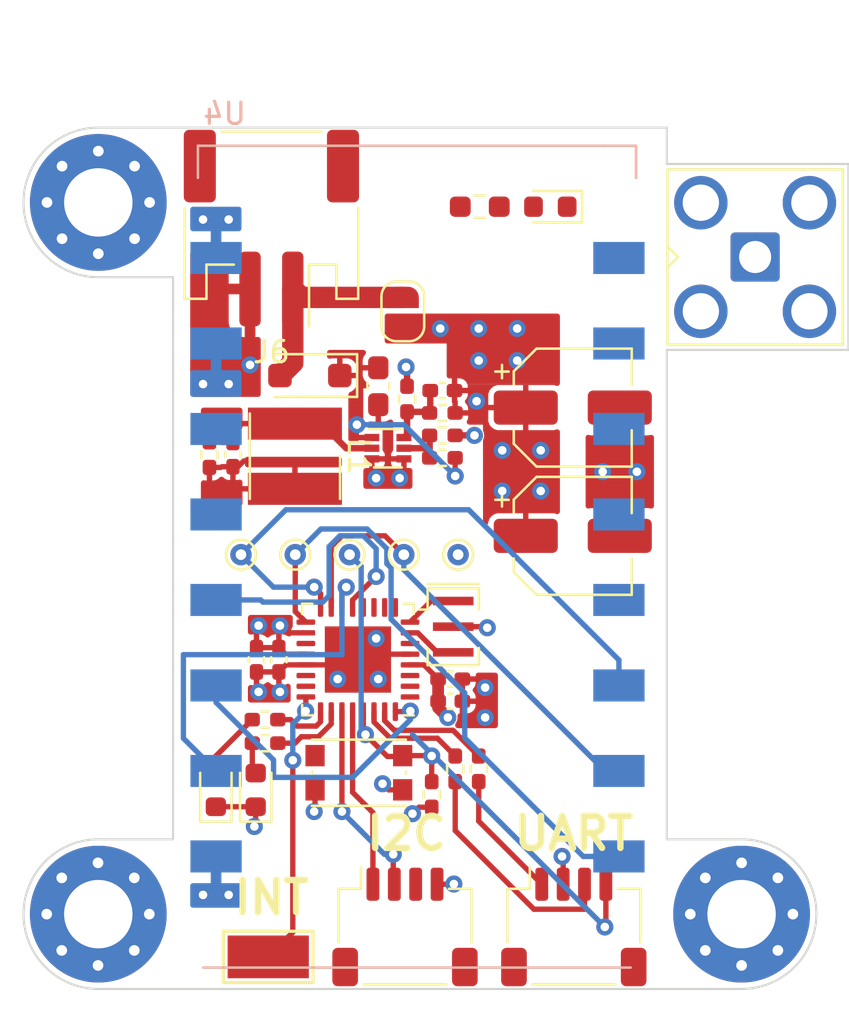
<source format=kicad_pcb>
(kicad_pcb (version 20221018) (generator pcbnew)
  (layers (0 "F.Cu" signal) (1 "In1.Cu" signal) (2 "In2.Cu" signal) (31 "B.Cu" signal) (34 "B.Paste" user) (35 "F.Paste" user) (36 "B.SilkS" user "B.Silkscreen") (37 "F.SilkS" user "F.Silkscreen") (38 "B.Mask" user) (39 "F.Mask" user) (44 "Edge.Cuts" user))
  (net 0 "")
  (net 1 "+5V")
  (net 2 "GND")
  (net 3 "/VDC_FW")
  (net 4 "/SW")
  (net 5 "/FB")
  (net 6 "Net-(D1-A)")
  (net 7 "Net-(D2-A)")
  (net 8 "Net-(D3-A)")
  (net 9 "VDC")
  (net 10 "Net-(J1-In)")
  (net 11 "/RF_GND")
  (net 12 "SPI_MISO")
  (net 13 "SPI_SCK")
  (net 14 "SPI_MOSI")
  (net 15 "~{RST}")
  (net 16 "Net-(U2-PD0)")
  (net 17 "UART_RX")
  (net 18 "Net-(U2-PD1)")
  (net 19 "UART_TX")
  (net 21 "LED_RX")
  (net 22 "LED_TX")
  (net 23 "/EN")
  (net 27 "Net-(U2-XTAL1{slash}PB6)")
  (net 28 "Net-(U2-XTAL2{slash}PB7)")
  (net 33 "~{SDN}")
  (net 34 "~{SPI_CS}")
  (net 38 "~{INT}")
  (net 39 "SDA")
  (net 40 "SCL")
  (net 41 "~{IRQ}")
  (footprint "Connector_Coaxial:SMA_Amphenol_901-143_Horizontal" (layer "F.Cu") (at 175.133 63.754)
    (fp_text reference "J1" hide)
    (fp_text value "Conn_Coaxial" hide)
  )
  (footprint "Resistor_SMD:R_0402_1005Metric_Pad0.72x0.64mm_HandSolder" (layer "F.Cu") (at 152.2025 86.5 180)
    (fp_text reference "R7" hide)
    (fp_text value "220" hide)
  )
  (footprint "LED_SMD:LED_0603_1608Metric" (layer "F.Cu") (at 165.55 61.4 180)
    (fp_text reference "D1" hide)
    (fp_text value "LED" hide)
  )
  (footprint "Capacitor_SMD:C_0402_1005Metric_Pad0.74x0.62mm_HandSolder" (layer "F.Cu") (at 150.7 73 90)
    (fp_text reference "C9" hide)
    (fp_text value "NP" hide)
  )
  (footprint "TestPoint:TestPoint_Keystone_5019_Minature" (layer "F.Cu") (at 152.35 96.5 180)
    (fp_text reference "J5" hide)
    (fp_text value "Conn_01x01_Pin" hide)
  )
  (footprint "Resistor_SMD:R_0402_1005Metric_Pad0.72x0.64mm_HandSolder" (layer "F.Cu") (at 160 88.9 90)
    (fp_text reference "R3" hide)
    (fp_text value "10k" hide)
  )
  (footprint "Connector_JST:JST_PH_S2B-PH-SM4-TB_1x02-1MP_P2.00mm_Horizontal" (layer "F.Cu") (at 152.5 62.4 180)
    (fp_text reference "J6")
    (fp_text value "Conn_01x02_Pin" hide)
  )
  (footprint "Resistor_SMD:R_0402_1005Metric_Pad0.72x0.64mm_HandSolder" (layer "F.Cu") (at 160.5 73.15 180)
    (fp_text reference "R10" hide)
    (fp_text value "100k" hide)
  )
  (footprint "TestPoint:TestPoint_THTPad_D1.0mm_Drill0.5mm" (layer "F.Cu") (at 153.615 77.68)
    (fp_text reference "TP2" hide)
    (fp_text value "TestPoint" hide)
  )
  (footprint "Capacitor_SMD:C_0603_1608Metric_Pad1.08x0.95mm_HandSolder" (layer "F.Cu") (at 157.5 69.8 -90)
    (fp_text reference "C5" hide)
    (fp_text value "10uF" hide)
  )
  (footprint "MountingHole:MountingHole_3.2mm_M3_Pad_Via" (layer "F.Cu") (at 174.5 94.5)
    (fp_text reference "H2" hide)
    (fp_text value "MountingHole_Pad" hide)
  )
  (footprint "Capacitor_SMD:C_0402_1005Metric_Pad0.74x0.62mm_HandSolder" (layer "F.Cu") (at 160.8675 84.538)
    (fp_text reference "C4" hide)
    (fp_text value "100n" hide)
  )
  (footprint "Package_TO_SOT_SMD:SOT-563" (layer "F.Cu") (at 157.95 72.7)
    (fp_text reference "U1" hide)
    (fp_text value "TPS565242" hide)
  )
  (footprint "Resistor_SMD:R_0402_1005Metric_Pad0.72x0.64mm_HandSolder" (layer "F.Cu") (at 162.2 87.7 -90)
    (fp_text reference "R2" hide)
    (fp_text value "1k" hide)
  )
  (footprint "TestPoint:TestPoint_THTPad_D1.0mm_Drill0.5mm" (layer "F.Cu") (at 151.075 77.68)
    (fp_text reference "TP1" hide)
    (fp_text value "TestPoint" hide)
  )
  (footprint "Resistor_SMD:R_0402_1005Metric_Pad0.72x0.64mm_HandSolder" (layer "F.Cu") (at 160.4975 71.05 180)
    (fp_text reference "R8" hide)
    (fp_text value "158k" hide)
  )
  (footprint "Capacitor_SMD:C_0402_1005Metric_Pad0.74x0.62mm_HandSolder" (layer "F.Cu") (at 152.85 82.6 -90)
    (fp_text reference "C1" hide)
    (fp_text value "100n" hide)
  )
  (footprint "Resistor_SMD:R_0402_1005Metric_Pad0.72x0.64mm_HandSolder" (layer "F.Cu") (at 152.2 85.4 180)
    (fp_text reference "R6" hide)
    (fp_text value "220" hide)
  )
  (footprint "Connector_JST:JST_SH_SM04B-SRSS-TB_1x04-1MP_P1.00mm_Horizontal" (layer "F.Cu") (at 158.75 95.1)
    (fp_text reference "J2" hide)
    (fp_text value "Conn_01x04_Pin" hide)
  )
  (footprint "Capacitor_SMD:CP_Elec_5x5.3" (layer "F.Cu") (at 166.6 70.8)
    (fp_text reference "C7" hide)
    (fp_text value "47u" hide)
  )
  (footprint "MountingHole:MountingHole_3.2mm_M3_Pad_Via" (layer "F.Cu") (at 144.386 94.5)
    (fp_text reference "H3" hide)
    (fp_text value "MountingHole_Pad" hide)
  )
  (footprint "MountingHole:MountingHole_3.2mm_M3_Pad_Via" (layer "F.Cu") (at 144.4 61.2)
    (fp_text reference "H1" hide)
    (fp_text value "MountingHole_Pad" hide)
  )
  (footprint "TestPoint:TestPoint_THTPad_D1.0mm_Drill0.5mm" (layer "F.Cu") (at 158.695 77.68)
    (fp_text reference "TP4" hide)
    (fp_text value "TestPoint" hide)
  )
  (footprint "Resistor_SMD:R_0402_1005Metric_Pad0.72x0.64mm_HandSolder" (layer "F.Cu") (at 161.1 87.7 -90)
    (fp_text reference "R1" hide)
    (fp_text value "1k" hide)
  )
  (footprint "Resistor_SMD:R_0603_1608Metric_Pad0.98x0.95mm_HandSolder" (layer "F.Cu") (at 162.248 61.4)
    (fp_text reference "R5" hide)
    (fp_text value "220" hide)
  )
  (footprint "Resistor_SMD:R_0402_1005Metric_Pad0.72x0.64mm_HandSolder" (layer "F.Cu") (at 160.5 72.1)
    (fp_text reference "R11" hide)
    (fp_text value "25.5k" hide)
  )
  (footprint "Resistor_SMD:R_0402_1005Metric_Pad0.72x0.64mm_HandSolder" (layer "F.Cu") (at 149.6 73 -90)
    (fp_text reference "R12" hide)
    (fp_text value "NP" hide)
  )
  (footprint "LED_SMD:LED_0603_1608Metric" (layer "F.Cu") (at 151.765 88.6875 90)
    (fp_text reference "D3" hide)
    (fp_text value "LED")
  )
  (footprint "Capacitor_SMD:CP_Elec_5x5.3" (layer "F.Cu") (at 166.6 76.8)
    (fp_text reference "C8" hide)
    (fp_text value "47u" hide)
  )
  (footprint "Button_Switch_SMD:SW_Push_1P1T_NO_CK_KMR2" (layer "F.Cu") (at 156.591 87.884 180)
    (fp_text reference "SW1" hide)
    (fp_text value "SW_SPST" hide)
  )
  (footprint "TestPoint:TestPoint_THTPad_D1.0mm_Drill0.5mm" (layer "F.Cu") (at 161.235 77.68)
    (fp_text reference "TP5" hide)
    (fp_text value "TestPoint" hide)
  )
  (footprint "Crystal:Resonator_SMD_Murata_CSTxExxV-3Pin_3.0x1.1mm" (layer "F.Cu") (at 161.008 81.05 -90)
    (fp_text reference "Y1" hide)
    (fp_text value "CSTNE16M0V530000R0" hide)
  )
  (footprint "Capacitor_SMD:C_0402_1005Metric_Pad0.74x0.62mm_HandSolder" (layer "F.Cu") (at 151.8 82.6 -90)
    (fp_text reference "C10" hide)
    (fp_text value "1u" hide)
  )
  (footprint "Capacitor_SMD:C_0402_1005Metric_Pad0.74x0.62mm_HandSolder" (layer "F.Cu") (at 160.8675 83.5)
    (fp_text reference "C2" hide)
    (fp_text value "1u" hide)
  )
  (footprint "Connector_JST:JST_SH_SM04B-SRSS-TB_1x04-1MP_P1.00mm_Horizontal" (layer "F.Cu") (at 166.65 95.1)
    (fp_text reference "J3" hide)
    (fp_text value "Conn_01x04_Pin" hide)
  )
  (footprint "LED_SMD:LED_0603_1608Metric" (layer "F.Cu") (at 149.9 88.6875 90)
    (fp_text reference "D2" hide)
    (fp_text value "LED")
  )
  (footprint "Jumper:SolderJumper-2_P1.3mm_Open_RoundedPad1.0x1.5mm" (layer "F.Cu") (at 158.6484 66.294 90)
    (fp_text reference "JP2" hide)
    (fp_text value "SolderJumper_2_Open" hide)
  )
  (footprint "Diode_SMD:D_SOD-123F" (layer "F.Cu") (at 154.3 69.3 180)
    (fp_text reference "D4" hide)
    (fp_text value "FS22N" hide)
  )
  (footprint "Kevin_Lutzer_Lbr:L_Wurth_WE-LQSH-4025" (layer "F.Cu") (at 153.6 73.075 -90)
    (fp_text reference "L1")
    (fp_text value "L")
  )
  (footprint "Resistor_SMD:R_0402_1005Metric_Pad0.72x0.64mm_HandSolder" (layer "F.Cu") (at 158.8465 70.4 90)
    (fp_text reference "R9" hide)
    (fp_text value "30k" hide)
  )
  (footprint "TestPoint:TestPoint_THTPad_D1.0mm_Drill0.5mm" (layer "F.Cu") (at 156.155 77.68)
    (fp_text reference "TP3" hide)
    (fp_text value "TestPoint" hide)
  )
  (footprint "Capacitor_SMD:C_0402_1005Metric_Pad0.74x0.62mm_HandSolder" (layer "F.Cu") (at 160.5 70 180)
    (fp_text reference "C11" hide)
    (fp_text value "33p" hide)
  )
  (footprint "Package_DFN_QFN:QFN-32-1EP_5x5mm_P0.5mm_EP3.1x3.1mm" (layer "F.Cu") (at 156.549 82.5875 180)
    (fp_text reference "U2" hide)
    (fp_text value "ATmega328PB-M" hide)
  )
  (footprint "Kevin_Lutzer_Lbr:RF4463F30" (layer "B.Cu") (at 159.31 77.8 180)
    (fp_text reference "U4")
    (fp_text value "RF4463F30")
  )
  (gr_line (start 171 68.1) (end 177.7 68.1) (stroke (width 0.1)) (layer "Edge.Cuts"))
  (gr_arc (start 144.4 98) (mid 140.9 94.5) (end 144.4 91) (stroke (width 0.1)) (layer "Edge.Cuts"))
  (gr_line (start 144.4 57.7) (end 170.8 57.7) (stroke (width 0.1)) (layer "Edge.Cuts"))
  (gr_line (start 171 57.7) (end 171 59.4) (stroke (width 0.1)) (layer "Edge.Cuts"))
  (gr_line (start 179.5 59.4) (end 179.5 61.2) (stroke (width 0.1)) (layer "Edge.Cuts"))
  (gr_line (start 147.9 64.7) (end 144.4 64.7) (stroke (width 0.1)) (layer "Edge.Cuts"))
  (gr_line (start 177.7 68.1) (end 179.5 68.1) (stroke (width 0.1)) (layer "Edge.Cuts"))
  (gr_line (start 171 68.1) (end 171 91) (stroke (width 0.1)) (layer "Edge.Cuts"))
  (gr_line (start 171 91) (end 174.5 91) (stroke (width 0.1)) (layer "Edge.Cuts"))
  (gr_arc (start 144.4 64.7) (mid 140.9 61.2) (end 144.4 57.7) (stroke (width 0.1)) (layer "Edge.Cuts"))
  (gr_line (start 179.5 68.1) (end 179.5 66.3) (stroke (width 0.1)) (layer "Edge.Cuts"))
  (gr_arc (start 174.5 91) (mid 178 94.5) (end 174.5 98) (stroke (width 0.1)) (layer "Edge.Cuts"))
  (gr_line (start 177.7 59.4) (end 179.5 59.4) (stroke (width 0.1)) (layer "Edge.Cuts"))
  (gr_line (start 171 59.4) (end 177.7 59.4) (stroke (width 0.1)) (layer "Edge.Cuts"))
  (gr_line (start 179.5 66.3) (end 179.5 61.2) (stroke (width 0.1)) (layer "Edge.Cuts"))
  (gr_line (start 147.9 91) (end 144.4 91) (stroke (width 0.1)) (layer "Edge.Cuts"))
  (gr_line (start 147.9 91) (end 147.9 64.7) (stroke (width 0.1)) (layer "Edge.Cuts"))
  (gr_line (start 174.5 98) (end 144.4 98) (stroke (width 0.1)) (layer "Edge.Cuts"))
  (gr_line (start 170.8 57.7) (end 171 57.7) (stroke (width 0.1)) (layer "Edge.Cuts"))
  (gr_text "UART" (at 163.703 91.6) (layer "F.SilkS") (effects (font (size 1.5 1.5) (thickness 0.3) bold) (justify left bottom)))
  (gr_text "I2C" (at 156.8 91.6) (layer "F.SilkS") (effects (font (size 1.5 1.5) (thickness 0.3) bold) (justify left bottom)))
  (gr_text "INT" (at 150.6 94.6) (layer "F.SilkS") (effects (font (size 1.5 1.5) (thickness 0.3) bold) (justify left bottom)))
  (segment (start 159.6375 82.8375) (end 160.3 83.5) (width 0.25) (layer "F.Cu") (net 1))
  (segment (start 150.9325 73.5675) (end 151.2 73.3) (width 0.25) (layer "F.Cu") (net 1))
  (segment (start 151.2 73.3) (end 151.8 73.3) (width 0.25) (layer "F.Cu") (net 1))
  (segment (start 158.9865 82.8375) (end 159.6375 82.8375) (width 0.25) (layer "F.Cu") (net 1))
  (segment (start 159.4025 89.4975) (end 159.1 89.8) (width 0.25) (layer "F.Cu") (net 1))
  (segment (start 160.3 84.8445) (end 160.7555 85.3) (width 0.55) (layer "F.Cu") (net 1))
  (segment (start 154.1115 82.3375) (end 153.155 82.3375) (width 0.25) (layer "F.Cu") (net 1))
  (segment (start 160.3 84.538) (end 160.3 83.5) (width 0.55) (layer "F.Cu") (net 1))
  (segment (start 160.3 84.538) (end 160.3 84.8445) (width 0.55) (layer "F.Cu") (net 1))
  (segment (start 151.8 73.3) (end 151.9 73.4) (width 0.25) (layer "F.Cu") (net 1))
  (segment (start 150.7 73.5675) (end 150.9325 73.5675) (width 0.25) (layer "F.Cu") (net 1))
  (segment (start 160 89.4975) (end 159.4025 89.4975) (width 0.25) (layer "F.Cu") (net 1))
  (segment (start 153.155 82.3375) (end 152.85 82.0325) (width 0.25) (layer "F.Cu") (net 1))
  (via (at 162.1 70.5) (size 0.8) (drill 0.4) (layers "F.Cu" "B.Cu") (net 1))
  (via (at 165.1 74.7) (size 0.8) (drill 0.4) (layers "F.Cu" "B.Cu") (net 1))
  (via (at 160.7555 85.3) (size 0.8) (drill 0.4) (layers "F.Cu" "B.Cu") (net 1))
  (via (at 159.1 89.8) (size 0.8) (drill 0.4) (layers "F.Cu" "B.Cu") (net 1))
  (via (at 164 68.6) (size 0.8) (drill 0.4) (layers "F.Cu" "B.Cu") (net 1))
  (via (at 162.2 68.6) (size 0.8) (drill 0.4) (layers "F.Cu" "B.Cu") (net 1))
  (via (at 163.3 72.8) (size 0.8) (drill 0.4) (layers "F.Cu" "B.Cu") (net 1))
  (via (at 163.3 74.7) (size 0.8) (drill 0.4) (layers "F.Cu" "B.Cu") (net 1))
  (via (at 160.4 67.1) (size 0.8) (drill 0.4) (layers "F.Cu" "B.Cu") (net 1))
  (via (at 152.9 81) (size 0.8) (drill 0.4) (layers "F.Cu" "B.Cu") (net 1))
  (via (at 162.2 67.1) (size 0.8) (drill 0.4) (layers "F.Cu" "B.Cu") (net 1))
  (via (at 151.9 81) (size 0.8) (drill 0.4) (layers "F.Cu" "B.Cu") (net 1))
  (via (at 165.1 72.8) (size 0.8) (drill 0.4) (layers "F.Cu" "B.Cu") (net 1))
  (via (at 150.5 62) (size 0.8) (drill 0.4) (layers "F.Cu" "B.Cu") (net 1))
  (via (at 149.3 62) (size 0.8) (drill 0.4) (layers "F.Cu" "B.Cu") (net 1))
  (via (at 164 67.1) (size 0.8) (drill 0.4) (layers "F.Cu" "B.Cu") (net 1))
  (segment (start 158.9865 82.3375) (end 156.799 82.3375) (width 0.25) (layer "F.Cu") (net 2))
  (segment (start 160.25 93.1) (end 161.027 93.1) (width 0.25) (layer "F.Cu") (net 2))
  (segment (start 162.55 81.05) (end 162.6 81.1) (width 0.25) (layer "F.Cu") (net 2))
  (segment (start 161.0975 72.1) (end 162 72.1) (width 0.3) (layer "F.Cu") (net 2))
  (segment (start 158.8465 68.9465) (end 158.8 68.9) (width 0.3) (layer "F.Cu") (net 2))
  (segment (start 149.9 89.475) (end 151.765 89.475) (width 0.25) (layer "F.Cu") (net 2))
  (segment (start 161.008 81.05) (end 162.55 81.05) (width 0.25) (layer "F.Cu") (net 2))
  (segment (start 156.799 82.3375) (end 156.549 82.5875) (width 0.25) (layer "F.Cu") (net 2))
  (segment (start 156.299 82.8375) (end 156.549 82.5875) (width 0.25) (layer "F.Cu") (net 2))
  (segment (start 153.18 82.8375) (end 152.85 83.1675) (width 0.25) (layer "F.Cu") (net 2))
  (segment (start 154.541 89.659) (end 154.5 89.7) (width 0.25) (layer "F.Cu") (net 2))
  (segment (start 151.765 90.335) (end 151.7 90.4) (width 0.25) (layer "F.Cu") (net 2))
  (segment (start 154.1115 82.8375) (end 153.18 82.8375) (width 0.25) (layer "F.Cu") (net 2))
  (segment (start 166.15 91.85) (end 166.1 91.8) (width 0.25) (layer "F.Cu") (net 2))
  (segment (start 154.1115 82.8375) (end 156.299 82.8375) (width 0.25) (layer "F.Cu") (net 2))
  (segment (start 166.15 93.1) (end 166.15 91.85) (width 0.25) (layer "F.Cu") (net 2))
  (segment (start 158.641 88.684) (end 157.984 88.684) (width 0.25) (layer "F.Cu") (net 2))
  (segment (start 158.8465 69.8025) (end 158.8465 68.9465) (width 0.3) (layer "F.Cu") (net 2))
  (segment (start 151.765 89.475) (end 151.765 90.335) (width 0.25) (layer "F.Cu") (net 2))
  (segment (start 161.027 93.1) (end 161.036 93.091) (width 0.25) (layer "F.Cu") (net 2))
  (segment (start 154.541 88.684) (end 154.541 89.659) (width 0.25) (layer "F.Cu") (net 2))
  (segment (start 157.984 88.684) (end 157.7 88.4) (width 0.25) (layer "F.Cu") (net 2))
  (via (at 157.7 88.4) (size 0.8) (drill 0.4) (layers "F.Cu" "B.Cu") (net 2))
  (via (at 162 72.1) (size 0.8) (drill 0.4) (layers "F.Cu" "B.Cu") (net 2))
  (via (at 150.5 93.6) (size 0.8) (drill 0.4) (layers "F.Cu" "B.Cu") (net 2))
  (via (at 162.5 83.9) (size 0.8) (drill 0.4) (layers "F.Cu" "B.Cu") (net 2))
  (via (at 161.036 93.091) (size 0.8) (drill 0.4) (layers "F.Cu" "B.Cu") (net 2))
  (via (at 168 73.8) (size 0.8) (drill 0.4) (layers "F.Cu" "B.Cu") (net 2))
  (via (at 149.3 93.6) (size 0.8) (drill 0.4) (layers "F.Cu" "B.Cu") (net 2))
  (via (at 150.5 69.7) (size 0.8) (drill 0.4) (layers "F.Cu" "B.Cu") (net 2))
  (via (at 162.5 85.3) (size 0.8) (drill 0.4) (layers "F.Cu" "B.Cu") (net 2))
  (via (at 158.5 74.1) (size 0.8) (drill 0.4) (layers "F.Cu" "B.Cu") (net 2))
  (via (at 158.8 68.9) (size 0.8) (drill 0.4) (layers "F.Cu" "B.Cu") (net 2))
  (via (at 162.6 81.1) (size 0.8) (drill 0.4) (layers "F.Cu" "B.Cu") (net 2))
  (via (at 149.3 69.7) (size 0.8) (drill 0.4) (layers "F.Cu" "B.Cu") (net 2))
  (via (at 151.9 84.1) (size 0.8) (drill 0.4) (layers "F.Cu" "B.Cu") (net 2))
  (via (at 157.5 83.5) (size 0.8) (drill 0.4) (layers "F.Cu" "B.Cu") (net 2))
  (via (at 157.4 81.6) (size 0.8) (drill 0.4) (layers "F.Cu" "B.Cu") (net 2))
  (via (at 154.5 89.7) (size 0.8) (drill 0.4) (layers "F.Cu" "B.Cu") (net 2))
  (via (at 151.5 68.8) (size 0.8) (drill 0.4) (layers "F.Cu" "B.Cu") (net 2))
  (via (at 152.9 84.1) (size 0.8) (drill 0.4) (layers "F.Cu" "B.Cu") (net 2))
  (via (at 155.6 83.5) (size 0.8) (drill 0.4) (layers "F.Cu" "B.Cu") (net 2))
  (via (at 169.6 73.8) (size 0.8) (drill 0.4) (layers "F.Cu" "B.Cu") (net 2))
  (via (at 157.4 74.1) (size 0.8) (drill 0.4) (layers "F.Cu" "B.Cu") (net 2))
  (via (at 151.7 90.4) (size 0.8) (drill 0.4) (layers "F.Cu" "B.Cu") (net 2))
  (via (at 166.1 91.8) (size 0.8) (drill 0.4) (layers "F.Cu" "B.Cu") (net 2))
  (segment (start 161.0975 73.15) (end 161.0975 73.9975) (width 0.25) (layer "F.Cu") (net 3))
  (segment (start 161.0975 73.9975) (end 161.1 74) (width 0.25) (layer "F.Cu") (net 3))
  (via (at 161.1 74) (size 0.8) (drill 0.4) (layers "F.Cu" "B.Cu") (net 3))
  (via (at 156.5 71.6) (size 0.8) (drill 0.4) (layers "F.Cu" "B.Cu") (net 3))
  (segment (start 161.1 74) (end 158.7 71.6) (width 0.25) (layer "B.Cu") (net 3))
  (segment (start 158.7 71.6) (end 156.5 71.6) (width 0.25) (layer "B.Cu") (net 3))
  (segment (start 156 72.7) (end 154.85 71.55) (width 0.3) (layer "F.Cu") (net 4))
  (segment (start 154.85 71.55) (end 153.6 71.55) (width 0.3) (layer "F.Cu") (net 4))
  (segment (start 157.2 72.7) (end 156 72.7) (width 0.3) (layer "F.Cu") (net 4))
  (segment (start 159.9325 71.0175) (end 159.9 71.05) (width 0.3) (layer "F.Cu") (net 5))
  (segment (start 159.8475 70.9975) (end 159.9 71.05) (width 0.3) (layer "F.Cu") (net 5))
  (segment (start 158.8465 72.0535) (end 158.7 72.2) (width 0.3) (layer "F.Cu") (net 5))
  (segment (start 158.8465 70.9975) (end 159.8475 70.9975) (width 0.3) (layer "F.Cu") (net 5))
  (segment (start 159.9325 70) (end 159.9325 71.0175) (width 0.3) (layer "F.Cu") (net 5))
  (segment (start 158.8465 70.9975) (end 158.8465 72.0535) (width 0.3) (layer "F.Cu") (net 5))
  (segment (start 151.6025 85.4) (end 149.9 87.1025) (width 0.25) (layer "F.Cu") (net 7))
  (segment (start 149.9 87.1025) (end 149.9 87.9) (width 0.25) (layer "F.Cu") (net 7))
  (segment (start 151.605 86.5) (end 151.605 87.74) (width 0.25) (layer "F.Cu") (net 8))
  (segment (start 151.605 87.74) (end 151.765 87.9) (width 0.25) (layer "F.Cu") (net 8))
  (segment (start 153.5 68.7) (end 152.9 69.3) (width 1) (layer "F.Cu") (net 9))
  (segment (start 158.6484 65.644) (end 153.894 65.644) (width 1) (layer "F.Cu") (net 9))
  (segment (start 153.5 65.25) (end 153.5 68.7) (width 1) (layer "F.Cu") (net 9))
  (segment (start 153.894 65.644) (end 153.5 65.25) (width 1) (layer "F.Cu") (net 9))
  (segment (start 154.799 80.15) (end 154.799 79.499) (width 0.25) (layer "F.Cu") (net 12))
  (segment (start 154.799 79.499) (end 154.5 79.2) (width 0.25) (layer "F.Cu") (net 12))
  (via (at 154.5 79.2) (size 0.8) (drill 0.4) (layers "F.Cu" "B.Cu") (net 12))
  (segment (start 168.76 83.8) (end 168.76 82.61) (width 0.25) (layer "B.Cu") (net 12))
  (segment (start 153.175 75.58) (end 151.075 77.68) (width 0.25) (layer "B.Cu") (net 12))
  (segment (start 152.595 79.2) (end 151.075 77.68) (width 0.25) (layer "B.Cu") (net 12))
  (segment (start 154.5 79.2) (end 152.595 79.2) (width 0.25) (layer "B.Cu") (net 12))
  (segment (start 161.73 75.58) (end 153.175 75.58) (width 0.25) (layer "B.Cu") (net 12))
  (segment (start 168.76 82.61) (end 161.73 75.58) (width 0.25) (layer "B.Cu") (net 12))
  (segment (start 153.615 80.341) (end 153.615 77.68) (width 0.25) (layer "F.Cu") (net 13))
  (segment (start 154.1115 80.8375) (end 153.615 80.341) (width 0.25) (layer "F.Cu") (net 13))
  (segment (start 158.1 80.7) (end 161.545 84.145) (width 0.25) (layer "B.Cu") (net 13))
  (segment (start 167.09 91.8) (end 168.76 91.8) (width 0.25) (layer "B.Cu") (net 13))
  (segment (start 153.615 77.68) (end 154.815 76.48) (width 0.25) (layer "B.Cu") (net 13))
  (segment (start 157.9 77.4) (end 157.9 78.1) (width 0.25) (layer "B.Cu") (net 13))
  (segment (start 161.545 84.145) (end 161.545 86.255) (width 0.25) (layer "B.Cu") (net 13))
  (segment (start 161.545 86.255) (end 167.09 91.8) (width 0.25) (layer "B.Cu") (net 13))
  (segment (start 157.9 78.1) (end 158.1 78.3) (width 0.25) (layer "B.Cu") (net 13))
  (segment (start 154.815 76.48) (end 156.98 76.48) (width 0.25) (layer "B.Cu") (net 13))
  (segment (start 156.98 76.48) (end 157.9 77.4) (width 0.25) (layer "B.Cu") (net 13))
  (segment (start 158.1 78.3) (end 158.1 80.7) (width 0.25) (layer "B.Cu") (net 13))
  (segment (start 155.299 80.15) (end 155.299 77.701) (width 0.25) (layer "F.Cu") (net 14))
  (segment (start 155.3 77.7) (end 155.3 77.3) (width 0.25) (layer "F.Cu") (net 14))
  (segment (start 155.3 77.3) (end 155.8 76.8) (width 0.25) (layer "F.Cu") (net 14))
  (segment (start 155.8 76.8) (end 157.815 76.8) (width 0.25) (layer "F.Cu") (net 14))
  (segment (start 157.815 76.8) (end 158.695 77.68) (width 0.25) (layer "F.Cu") (net 14))
  (segment (start 155.299 77.701) (end 155.3 77.7) (width 0.25) (layer "F.Cu") (net 14))
  (segment (start 158.695 77.68) (end 158.695 78.387106) (width 0.25) (layer "B.Cu") (net 14))
  (segment (start 168.107894 87.8) (end 168.76 87.8) (width 0.25) (layer "B.Cu") (net 14))
  (segment (start 158.695 78.387106) (end 168.107894 87.8) (width 0.25) (layer "B.Cu") (net 14))
  (segment (start 168.76 87.8) (end 168.76 87.745) (width 0.25) (layer "B.Cu") (net 14))
  (segment (start 156.9 86.1) (end 157.922 87.122) (width 0.25) (layer "F.Cu") (net 15))
  (segment (start 160 87.1025) (end 160 87.1025) (width 0.25) (layer "F.Cu") (net 15))
  (segment (start 158.603 87.122) (end 158.641 87.084) (width 0.25) (layer "F.Cu") (net 15))
  (segment (start 168.15 95.05) (end 168.1 95.1) (width 0.25) (layer "F.Cu") (net 15))
  (segment (start 168.15 93.1) (end 168.15 95.05) (width 0.25) (layer "F.Cu") (net 15))
  (segment (start 156.799 85.999) (end 156.9 86.1) (width 0.25) (layer "F.Cu") (net 15))
  (segment (start 159.9815 87.084) (end 159.9975 87.1) (width 0.25) (layer "F.Cu") (net 15))
  (segment (start 159.9975 87.1) (end 160 87.1) (width 0.25) (layer "F.Cu") (net 15))
  (segment (start 157.922 87.122) (end 158.603 87.122) (width 0.25) (layer "F.Cu") (net 15))
  (segment (start 160 87.1) (end 160 88.3025) (width 0.25) (layer "F.Cu") (net 15))
  (segment (start 156.799 85.025) (end 156.799 85.999) (width 0.25) (layer "F.Cu") (net 15))
  (segment (start 158.641 87.084) (end 159.9815 87.084) (width 0.25) (layer "F.Cu") (net 15))
  (via (at 156.9 86.1) (size 0.8) (drill 0.4) (layers "F.Cu" "B.Cu") (net 15))
  (via (at 168.1 95.1) (size 0.8) (drill 0.4) (layers "F.Cu" "B.Cu") (net 15))
  (via (at 160 87.1) (size 0.8) (drill 0.4) (layers "F.Cu" "B.Cu") (net 15))
  (segment (start 159.1 86.1) (end 168.1 95.1) (width 0.25) (layer "B.Cu") (net 15))
  (segment (start 156.9 86.1) (end 156.7 85.9) (width 0.25) (layer "B.Cu") (net 15))
  (segment (start 156.7 78.225) (end 156.155 77.68) (width 0.25) (layer "B.Cu") (net 15))
  (segment (start 156.7 85.9) (end 156.7 78.225) (width 0.25) (layer "B.Cu") (net 15))
  (segment (start 158.06 86.27) (end 160.2675 86.27) (width 0.25) (layer "F.Cu") (net 16))
  (segment (start 157.299 85.025) (end 157.299 85.298376) (width 0.25) (layer "F.Cu") (net 16))
  (segment (start 157.299 85.298376) (end 157.3 85.299376) (width 0.25) (layer "F.Cu") (net 16))
  (segment (start 157.3 85.51) (end 158.06 86.27) (width 0.25) (layer "F.Cu") (net 16))
  (segment (start 160.2675 86.27) (end 161.1 87.1025) (width 0.25) (layer "F.Cu") (net 16))
  (segment (start 157.3 85.299376) (end 157.3 85.51) (width 0.25) (layer "F.Cu") (net 16))
  (segment (start 161.1 88.2975) (end 161.1 90.59) (width 0.25) (layer "F.Cu") (net 17))
  (segment (start 161.1 90.59) (end 164.78 94.27) (width 0.25) (layer "F.Cu") (net 17))
  (segment (start 164.78 94.27) (end 167.15 94.27) (width 0.25) (layer "F.Cu") (net 17))
  (segment (start 167.15 94.27) (end 167.15 93.1) (width 0.25) (layer "F.Cu") (net 17))
  (segment (start 157.799 85.025) (end 157.799 85.449) (width 0.25) (layer "F.Cu") (net 18))
  (segment (start 157.799 85.449) (end 158.25 85.9) (width 0.25) (layer "F.Cu") (net 18))
  (segment (start 160.9975 85.9) (end 162.2 87.1025) (width 0.25) (layer "F.Cu") (net 18))
  (segment (start 158.25 85.9) (end 160.9975 85.9) (width 0.25) (layer "F.Cu") (net 18))
  (segment (start 162.2 88.2975) (end 162.2 90.15) (width 0.25) (layer "F.Cu") (net 19))
  (segment (start 162.2 90.15) (end 165.15 93.1) (width 0.25) (layer "F.Cu") (net 19))
  (segment (start 152.7975 85.4) (end 153.4 85.4) (width 0.25) (layer "F.Cu") (net 21))
  (segment (start 153.7 85.7) (end 154.6 85.7) (width 0.25) (layer "F.Cu") (net 21))
  (segment (start 154.799 85.501) (end 154.799 85.025) (width 0.25) (layer "F.Cu") (net 21))
  (segment (start 153.4 85.4) (end 153.7 85.7) (width 0.25) (layer "F.Cu") (net 21))
  (segment (start 154.6 85.7) (end 154.799 85.501) (width 0.25) (layer "F.Cu") (net 21))
  (segment (start 155.299 85.601) (end 155.299 85.025) (width 0.25) (layer "F.Cu") (net 22))
  (segment (start 152.8 86.5) (end 153.6 86.5) (width 0.25) (layer "F.Cu") (net 22))
  (segment (start 153.9 86.2) (end 154.7 86.2) (width 0.25) (layer "F.Cu") (net 22))
  (segment (start 153.6 86.5) (end 153.9 86.2) (width 0.25) (layer "F.Cu") (net 22))
  (segment (start 154.7 86.2) (end 155.299 85.601) (width 0.25) (layer "F.Cu") (net 22))
  (segment (start 159.9025 72.1) (end 159.9025 72.7) (width 0.3) (layer "F.Cu") (net 23))
  (segment (start 158.7 72.7) (end 159.9025 72.7) (width 0.3) (layer "F.Cu") (net 23))
  (segment (start 159.9025 72.7) (end 159.9025 73.15) (width 0.3) (layer "F.Cu") (net 23))
  (segment (start 160.258 82.25) (end 161.008 82.25) (width 0.25) (layer "F.Cu") (net 27))
  (segment (start 159.3455 81.3375) (end 160.258 82.25) (width 0.25) (layer "F.Cu") (net 27))
  (segment (start 158.9865 81.3375) (end 159.3455 81.3375) (width 0.25) (layer "F.Cu") (net 27))
  (segment (start 158.9865 80.8375) (end 159.974 79.85) (width 0.25) (layer "F.Cu") (net 28))
  (segment (start 159.974 79.85) (end 161.008 79.85) (width 0.25) (layer "F.Cu") (net 28))
  (segment (start 156.299 80.15) (end 156.299 79.801) (width 0.25) (layer "F.Cu") (net 33))
  (segment (start 156.299 79.801) (end 157.4 78.7) (width 0.25) (layer "F.Cu") (net 33))
  (via (at 157.4 78.7) (size 0.8) (drill 0.4) (layers "F.Cu" "B.Cu") (net 33))
  (segment (start 155.2 79.6) (end 155.2 77.3) (width 0.25) (layer "B.Cu") (net 33))
  (segment (start 155.2 77.3) (end 155.7 76.8) (width 0.25) (layer "B.Cu") (net 33))
  (segment (start 154.9 79.9) (end 155.2 79.6) (width 0.25) (layer "B.Cu") (net 33))
  (segment (start 149.91 79.8) (end 152 79.8) (width 0.25) (layer "B.Cu") (net 33))
  (segment (start 156.8 76.8) (end 157.4 77.4) (width 0.25) (layer "B.Cu") (net 33))
  (segment (start 155.7 76.8) (end 156.8 76.8) (width 0.25) (layer "B.Cu") (net 33))
  (segment (start 152.1 79.9) (end 154.9 79.9) (width 0.25) (layer "B.Cu") (net 33))
  (segment (start 152 79.8) (end 152.1 79.9) (width 0.25) (layer "B.Cu") (net 33))
  (segment (start 157.4 77.4) (end 157.4 78.7) (width 0.25) (layer "B.Cu") (net 33))
  (segment (start 155.799 80.15) (end 155.799 79.401) (width 0.25) (layer "F.Cu") (net 34))
  (segment (start 155.799 79.401) (end 156 79.2) (width 0.25) (layer "F.Cu") (net 34))
  (via (at 156 79.2) (size 0.8) (drill 0.4) (layers "F.Cu" "B.Cu") (net 34))
  (segment (start 155.8 79.2) (end 155.8 82.36) (width 0.25) (layer "B.Cu") (net 34))
  (segment (start 148.38 86.27) (end 148.38 82.36) (width 0.25) (layer "B.Cu") (net 34))
  (segment (start 148.38 82.36) (end 155.8 82.36) (width 0.25) (layer "B.Cu") (net 34))
  (segment (start 149.91 87.8) (end 148.38 86.27) (width 0.25) (layer "B.Cu") (net 34))
  (segment (start 154.1115 84.9885) (end 154.1 85) (width 0.25) (layer "F.Cu") (net 38))
  (segment (start 153.5 87.3) (end 153.5 95.35) (width 0.25) (layer "F.Cu") (net 38))
  (segment (start 154.1115 84.3375) (end 154.1115 84.9885) (width 0.25) (layer "F.Cu") (net 38))
  (segment (start 153.5 95.35) (end 152.35 96.5) (width 0.25) (layer "F.Cu") (net 38))
  (via (at 154.1 85) (size 0.8) (drill 0.4) (layers "F.Cu" "B.Cu") (net 38))
  (via (at 153.5 87.3) (size 0.8) (drill 0.4) (layers "F.Cu" "B.Cu") (net 38))
  (segment (start 154.1 85) (end 153.5 85.6) (width 0.25) (layer "B.Cu") (net 38))
  (segment (start 153.5 85.6) (end 153.5 87.3) (width 0.25) (layer "B.Cu") (net 38))
  (segment (start 155.8 85.026) (end 155.8 89.7) (width 0.25) (layer "F.Cu") (net 39))
  (segment (start 158.2 93.05) (end 158.25 93.1) (width 0.25) (layer "F.Cu") (net 39))
  (segment (start 158.2 91.7) (end 158.2 93.05) (width 0.25) (layer "F.Cu") (net 39))
  (segment (start 155.799 85.025) (end 155.8 85.026) (width 0.25) (layer "F.Cu") (net 39))
  (via (at 155.8 89.7) (size 0.8) (drill 0.4) (layers "F.Cu" "B.Cu") (net 39))
  (via (at 158.2 91.7) (size 0.8) (drill 0.4) (layers "F.Cu" "B.Cu") (net 39))
  (segment (start 155.8 89.7) (end 155.8 89.716736) (width 0.25) (layer "B.Cu") (net 39))
  (segment (start 157.783264 91.7) (end 158.2 91.7) (width 0.25) (layer "B.Cu") (net 39))
  (segment (start 155.8 89.716736) (end 157.783264 91.7) (width 0.25) (layer "B.Cu") (net 39))
  (segment (start 157.25 89.75) (end 157.25 93.1) (width 0.25) (layer "F.Cu") (net 40))
  (segment (start 156.299 88.799) (end 157.25 89.75) (width 0.25) (layer "F.Cu") (net 40))
  (segment (start 156.299 85.025) (end 156.299 88.799) (width 0.25) (layer "F.Cu") (net 40))
  (segment (start 158.975 85.025) (end 159 85) (width 0.25) (layer "F.Cu") (net 41))
  (segment (start 158.299 85.025) (end 158.975 85.025) (width 0.25) (layer "F.Cu") (net 41))
  (via (at 159 85) (size 0.8) (drill 0.4) (layers "F.Cu" "B.Cu") (net 41))
  (segment (start 149.91 84.596827) (end 149.91 83.8) (width 0.25) (layer "B.Cu") (net 41))
  (segment (start 159 85.4) (end 156.3 88.1) (width 0.25) (layer "B.Cu") (net 41))
  (segment (start 152.6 88.1) (end 152.6 87.286827) (width 0.25) (layer "B.Cu") (net 41))
  (segment (start 156.3 88.1) (end 152.6 88.1) (width 0.25) (layer "B.Cu") (net 41))
  (segment (start 159 85) (end 159 85.4) (width 0.25) (layer "B.Cu") (net 41))
  (segment (start 152.6 87.286827) (end 149.91 84.596827) (width 0.25) (layer "B.Cu") (net 41))
  (zone (net 1) (net_name "+5V") (layer "F.Cu") (priority 2) (connect_pads (clearance 0)) (min_thickness 0.25) (fill yes (thermal_gap 0.254) (thermal_bridge_width 0.254))
    (polygon (pts (xy 160.7 69.7) (xy 160.7 71.6) (xy 162.4 71.6) (xy 162.4 77.7) (xy 166 77.7) (xy 166 69.7)))
  )
  (zone (net 4) (net_name "/SW") (layer "F.Cu") (priority 12) (connect_pads (clearance 0)) (min_thickness 0.25) (fill yes (thermal_gap 0.254) (thermal_bridge_width 0.254))
    (polygon (pts (xy 149.2 70.8) (xy 149.2 72.8) (xy 155.8 72.8) (xy 155.8 70.8)))
  )
  (zone (net 2) (net_name "GND") (layer "F.Cu") (priority 7) (connect_pads (clearance 0)) (min_thickness 0.25) (fill yes (thermal_gap 0.254) (thermal_bridge_width 0.254))
    (polygon (pts (xy 161.1 83.2) (xy 161.1 85.8) (xy 163.1 85.8) (xy 163.1 83.2)))
  )
  (zone (net 1) (net_name "+5V") (layer "F.Cu") (priority 5) (connect_pads (clearance 0)) (min_thickness 0.25) (fill yes (thermal_gap 0.254) (thermal_bridge_width 0.254))
    (polygon (pts (xy 154.6 82.5) (xy 154.6 81.2) (xy 153.5 81.2) (xy 153.5 80.5) (xy 151.4 80.5) (xy 151.4 82.5)))
  )
  (zone (net 2) (net_name "GND") (layer "F.Cu") (priority 11) (connect_pads (clearance 0)) (min_thickness 0.25) (fill yes (thermal_gap 0.5) (thermal_bridge_width 0.5))
    (polygon (pts (xy 167.2 77.7) (xy 167.2 69.9) (xy 170.4 69.9) (xy 170.4 77.7)))
  )
  (zone (net 1) (net_name "+5V") (layer "F.Cu") (priority 9) (connect_pads (clearance 0)) (min_thickness 0.25) (fill yes (thermal_gap 0.254) (thermal_bridge_width 0.254))
    (polygon (pts (xy 157.8 66.4) (xy 157.8 67.8) (xy 160.7 67.8) (xy 160.7 69.7) (xy 166 69.7) (xy 166 66.4)))
  )
  (zone (net 1) (net_name "+5V") (layer "F.Cu") (priority 13) (connect_pads (clearance 0)) (min_thickness 0.25) (fill yes (thermal_gap 0.254) (thermal_bridge_width 0.254))
    (polygon (pts (xy 149.2 73.1) (xy 149.2 75.4) (xy 155.8 75.4) (xy 155.8 73.1)))
  )
  (zone (net 2) (net_name "GND") (layer "F.Cu") (priority 6) (connect_pads (clearance 0)) (min_thickness 0.25) (fill yes (thermal_gap 0.254) (thermal_bridge_width 0.254))
    (polygon (pts (xy 151.4 82.8) (xy 153.4 82.8) (xy 153.4 84.6) (xy 151.4 84.6)))
  )
  (zone (net 2) (net_name "GND") (layer "F.Cu") (priority 1) (connect_pads (clearance 0)) (min_thickness 0.25) (fill yes (thermal_gap 0.254) (thermal_bridge_width 0.254))
    (polygon (pts (xy 156.8 73) (xy 156.8 74.6) (xy 159.1 74.6) (xy 159.1 73) (xy 158.2 73) (xy 158.2 70.1) (xy 157 70.1) (xy 157 71.8) (xy 157.7 71.8) (xy 157.7 73)))
  )
  (zone (net 2) (net_name "GND") (layer "F.Cu") (priority 10) (connect_pads (clearance 0)) (min_thickness 0.25) (fill yes (thermal_gap 0.5) (thermal_bridge_width 0.5))
    (polygon (pts (xy 152 63.5) (xy 152 70.3) (xy 148.7 70.3) (xy 148.7 63.5) (xy 151 63.5)))
  )
  (zone (net 3) (net_name "/VDC_FW") (layer "F.Cu") (connect_pads (clearance 0)) (min_thickness 0.25) (fill yes (thermal_gap 0.254) (thermal_bridge_width 0.254))
    (polygon (pts (xy 155.1 69.9) (xy 156.1 69.9) (xy 156.1 72.4) (xy 157.6 72.4) (xy 157.6 72) (xy 156.8 72) (xy 156.8 69.9) (xy 158.2 69.9) (xy 158.2 68.1) (xy 155.1 68.1)))
  )
  (zone (net 1) (net_name "+5V") (layer "B.Cu") (priority 8) (connect_pads (clearance 0)) (min_thickness 0.25) (fill yes (thermal_gap 0.5) (thermal_bridge_width 0.5))
    (polygon (pts (xy 151.1 64.6) (xy 151.1 61.4) (xy 148.7 61.4) (xy 148.7 64.6)))
  )
  (zone (net 2) (net_name "GND") (layer "B.Cu") (priority 8) (connect_pads (clearance 0)) (min_thickness 0.25) (fill yes (thermal_gap 0.5) (thermal_bridge_width 0.5))
    (polygon (pts (xy 148.7 91) (xy 148.7 94.2) (xy 151.1 94.2) (xy 151.1 91)))
  )
  (zone (net 2) (net_name "GND") (layer "B.Cu") (priority 8) (connect_pads (clearance 0)) (min_thickness 0.25) (fill yes (thermal_gap 0.5) (thermal_bridge_width 0.5))
    (polygon (pts (xy 148.7 67.1) (xy 148.7 70.3) (xy 151.1 70.3) (xy 151.1 67.1)))
  )
)
</source>
